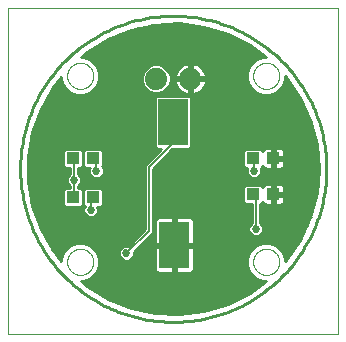
<source format=gbl>
G75*
%MOIN*%
%OFA0B0*%
%FSLAX25Y25*%
%IPPOS*%
%LPD*%
%AMOC8*
5,1,8,0,0,1.08239X$1,22.5*
%
%ADD10C,0.00000*%
%ADD11C,0.01000*%
%ADD12R,0.04331X0.03937*%
%ADD13C,0.07400*%
%ADD14R,0.09843X0.15748*%
%ADD15C,0.00600*%
%ADD16C,0.02700*%
D10*
X0006500Y0001500D02*
X0006500Y0110201D01*
X0116421Y0110201D01*
X0116421Y0001500D01*
X0006500Y0001500D01*
X0026150Y0025500D02*
X0026152Y0025631D01*
X0026158Y0025763D01*
X0026168Y0025894D01*
X0026182Y0026024D01*
X0026200Y0026155D01*
X0026221Y0026284D01*
X0026247Y0026413D01*
X0026276Y0026541D01*
X0026310Y0026668D01*
X0026347Y0026794D01*
X0026388Y0026919D01*
X0026433Y0027043D01*
X0026481Y0027165D01*
X0026533Y0027285D01*
X0026589Y0027404D01*
X0026648Y0027522D01*
X0026711Y0027637D01*
X0026777Y0027750D01*
X0026847Y0027862D01*
X0026920Y0027971D01*
X0026996Y0028078D01*
X0027076Y0028183D01*
X0027158Y0028285D01*
X0027244Y0028385D01*
X0027333Y0028482D01*
X0027424Y0028576D01*
X0027518Y0028667D01*
X0027615Y0028756D01*
X0027715Y0028842D01*
X0027817Y0028924D01*
X0027922Y0029004D01*
X0028029Y0029080D01*
X0028138Y0029153D01*
X0028250Y0029223D01*
X0028363Y0029289D01*
X0028478Y0029352D01*
X0028596Y0029411D01*
X0028715Y0029467D01*
X0028835Y0029519D01*
X0028957Y0029567D01*
X0029081Y0029612D01*
X0029206Y0029653D01*
X0029332Y0029690D01*
X0029459Y0029724D01*
X0029587Y0029753D01*
X0029716Y0029779D01*
X0029845Y0029800D01*
X0029976Y0029818D01*
X0030106Y0029832D01*
X0030237Y0029842D01*
X0030369Y0029848D01*
X0030500Y0029850D01*
X0030631Y0029848D01*
X0030763Y0029842D01*
X0030894Y0029832D01*
X0031024Y0029818D01*
X0031155Y0029800D01*
X0031284Y0029779D01*
X0031413Y0029753D01*
X0031541Y0029724D01*
X0031668Y0029690D01*
X0031794Y0029653D01*
X0031919Y0029612D01*
X0032043Y0029567D01*
X0032165Y0029519D01*
X0032285Y0029467D01*
X0032404Y0029411D01*
X0032522Y0029352D01*
X0032637Y0029289D01*
X0032750Y0029223D01*
X0032862Y0029153D01*
X0032971Y0029080D01*
X0033078Y0029004D01*
X0033183Y0028924D01*
X0033285Y0028842D01*
X0033385Y0028756D01*
X0033482Y0028667D01*
X0033576Y0028576D01*
X0033667Y0028482D01*
X0033756Y0028385D01*
X0033842Y0028285D01*
X0033924Y0028183D01*
X0034004Y0028078D01*
X0034080Y0027971D01*
X0034153Y0027862D01*
X0034223Y0027750D01*
X0034289Y0027637D01*
X0034352Y0027522D01*
X0034411Y0027404D01*
X0034467Y0027285D01*
X0034519Y0027165D01*
X0034567Y0027043D01*
X0034612Y0026919D01*
X0034653Y0026794D01*
X0034690Y0026668D01*
X0034724Y0026541D01*
X0034753Y0026413D01*
X0034779Y0026284D01*
X0034800Y0026155D01*
X0034818Y0026024D01*
X0034832Y0025894D01*
X0034842Y0025763D01*
X0034848Y0025631D01*
X0034850Y0025500D01*
X0034848Y0025369D01*
X0034842Y0025237D01*
X0034832Y0025106D01*
X0034818Y0024976D01*
X0034800Y0024845D01*
X0034779Y0024716D01*
X0034753Y0024587D01*
X0034724Y0024459D01*
X0034690Y0024332D01*
X0034653Y0024206D01*
X0034612Y0024081D01*
X0034567Y0023957D01*
X0034519Y0023835D01*
X0034467Y0023715D01*
X0034411Y0023596D01*
X0034352Y0023478D01*
X0034289Y0023363D01*
X0034223Y0023250D01*
X0034153Y0023138D01*
X0034080Y0023029D01*
X0034004Y0022922D01*
X0033924Y0022817D01*
X0033842Y0022715D01*
X0033756Y0022615D01*
X0033667Y0022518D01*
X0033576Y0022424D01*
X0033482Y0022333D01*
X0033385Y0022244D01*
X0033285Y0022158D01*
X0033183Y0022076D01*
X0033078Y0021996D01*
X0032971Y0021920D01*
X0032862Y0021847D01*
X0032750Y0021777D01*
X0032637Y0021711D01*
X0032522Y0021648D01*
X0032404Y0021589D01*
X0032285Y0021533D01*
X0032165Y0021481D01*
X0032043Y0021433D01*
X0031919Y0021388D01*
X0031794Y0021347D01*
X0031668Y0021310D01*
X0031541Y0021276D01*
X0031413Y0021247D01*
X0031284Y0021221D01*
X0031155Y0021200D01*
X0031024Y0021182D01*
X0030894Y0021168D01*
X0030763Y0021158D01*
X0030631Y0021152D01*
X0030500Y0021150D01*
X0030369Y0021152D01*
X0030237Y0021158D01*
X0030106Y0021168D01*
X0029976Y0021182D01*
X0029845Y0021200D01*
X0029716Y0021221D01*
X0029587Y0021247D01*
X0029459Y0021276D01*
X0029332Y0021310D01*
X0029206Y0021347D01*
X0029081Y0021388D01*
X0028957Y0021433D01*
X0028835Y0021481D01*
X0028715Y0021533D01*
X0028596Y0021589D01*
X0028478Y0021648D01*
X0028363Y0021711D01*
X0028250Y0021777D01*
X0028138Y0021847D01*
X0028029Y0021920D01*
X0027922Y0021996D01*
X0027817Y0022076D01*
X0027715Y0022158D01*
X0027615Y0022244D01*
X0027518Y0022333D01*
X0027424Y0022424D01*
X0027333Y0022518D01*
X0027244Y0022615D01*
X0027158Y0022715D01*
X0027076Y0022817D01*
X0026996Y0022922D01*
X0026920Y0023029D01*
X0026847Y0023138D01*
X0026777Y0023250D01*
X0026711Y0023363D01*
X0026648Y0023478D01*
X0026589Y0023596D01*
X0026533Y0023715D01*
X0026481Y0023835D01*
X0026433Y0023957D01*
X0026388Y0024081D01*
X0026347Y0024206D01*
X0026310Y0024332D01*
X0026276Y0024459D01*
X0026247Y0024587D01*
X0026221Y0024716D01*
X0026200Y0024845D01*
X0026182Y0024976D01*
X0026168Y0025106D01*
X0026158Y0025237D01*
X0026152Y0025369D01*
X0026150Y0025500D01*
X0088150Y0025500D02*
X0088152Y0025631D01*
X0088158Y0025763D01*
X0088168Y0025894D01*
X0088182Y0026024D01*
X0088200Y0026155D01*
X0088221Y0026284D01*
X0088247Y0026413D01*
X0088276Y0026541D01*
X0088310Y0026668D01*
X0088347Y0026794D01*
X0088388Y0026919D01*
X0088433Y0027043D01*
X0088481Y0027165D01*
X0088533Y0027285D01*
X0088589Y0027404D01*
X0088648Y0027522D01*
X0088711Y0027637D01*
X0088777Y0027750D01*
X0088847Y0027862D01*
X0088920Y0027971D01*
X0088996Y0028078D01*
X0089076Y0028183D01*
X0089158Y0028285D01*
X0089244Y0028385D01*
X0089333Y0028482D01*
X0089424Y0028576D01*
X0089518Y0028667D01*
X0089615Y0028756D01*
X0089715Y0028842D01*
X0089817Y0028924D01*
X0089922Y0029004D01*
X0090029Y0029080D01*
X0090138Y0029153D01*
X0090250Y0029223D01*
X0090363Y0029289D01*
X0090478Y0029352D01*
X0090596Y0029411D01*
X0090715Y0029467D01*
X0090835Y0029519D01*
X0090957Y0029567D01*
X0091081Y0029612D01*
X0091206Y0029653D01*
X0091332Y0029690D01*
X0091459Y0029724D01*
X0091587Y0029753D01*
X0091716Y0029779D01*
X0091845Y0029800D01*
X0091976Y0029818D01*
X0092106Y0029832D01*
X0092237Y0029842D01*
X0092369Y0029848D01*
X0092500Y0029850D01*
X0092631Y0029848D01*
X0092763Y0029842D01*
X0092894Y0029832D01*
X0093024Y0029818D01*
X0093155Y0029800D01*
X0093284Y0029779D01*
X0093413Y0029753D01*
X0093541Y0029724D01*
X0093668Y0029690D01*
X0093794Y0029653D01*
X0093919Y0029612D01*
X0094043Y0029567D01*
X0094165Y0029519D01*
X0094285Y0029467D01*
X0094404Y0029411D01*
X0094522Y0029352D01*
X0094637Y0029289D01*
X0094750Y0029223D01*
X0094862Y0029153D01*
X0094971Y0029080D01*
X0095078Y0029004D01*
X0095183Y0028924D01*
X0095285Y0028842D01*
X0095385Y0028756D01*
X0095482Y0028667D01*
X0095576Y0028576D01*
X0095667Y0028482D01*
X0095756Y0028385D01*
X0095842Y0028285D01*
X0095924Y0028183D01*
X0096004Y0028078D01*
X0096080Y0027971D01*
X0096153Y0027862D01*
X0096223Y0027750D01*
X0096289Y0027637D01*
X0096352Y0027522D01*
X0096411Y0027404D01*
X0096467Y0027285D01*
X0096519Y0027165D01*
X0096567Y0027043D01*
X0096612Y0026919D01*
X0096653Y0026794D01*
X0096690Y0026668D01*
X0096724Y0026541D01*
X0096753Y0026413D01*
X0096779Y0026284D01*
X0096800Y0026155D01*
X0096818Y0026024D01*
X0096832Y0025894D01*
X0096842Y0025763D01*
X0096848Y0025631D01*
X0096850Y0025500D01*
X0096848Y0025369D01*
X0096842Y0025237D01*
X0096832Y0025106D01*
X0096818Y0024976D01*
X0096800Y0024845D01*
X0096779Y0024716D01*
X0096753Y0024587D01*
X0096724Y0024459D01*
X0096690Y0024332D01*
X0096653Y0024206D01*
X0096612Y0024081D01*
X0096567Y0023957D01*
X0096519Y0023835D01*
X0096467Y0023715D01*
X0096411Y0023596D01*
X0096352Y0023478D01*
X0096289Y0023363D01*
X0096223Y0023250D01*
X0096153Y0023138D01*
X0096080Y0023029D01*
X0096004Y0022922D01*
X0095924Y0022817D01*
X0095842Y0022715D01*
X0095756Y0022615D01*
X0095667Y0022518D01*
X0095576Y0022424D01*
X0095482Y0022333D01*
X0095385Y0022244D01*
X0095285Y0022158D01*
X0095183Y0022076D01*
X0095078Y0021996D01*
X0094971Y0021920D01*
X0094862Y0021847D01*
X0094750Y0021777D01*
X0094637Y0021711D01*
X0094522Y0021648D01*
X0094404Y0021589D01*
X0094285Y0021533D01*
X0094165Y0021481D01*
X0094043Y0021433D01*
X0093919Y0021388D01*
X0093794Y0021347D01*
X0093668Y0021310D01*
X0093541Y0021276D01*
X0093413Y0021247D01*
X0093284Y0021221D01*
X0093155Y0021200D01*
X0093024Y0021182D01*
X0092894Y0021168D01*
X0092763Y0021158D01*
X0092631Y0021152D01*
X0092500Y0021150D01*
X0092369Y0021152D01*
X0092237Y0021158D01*
X0092106Y0021168D01*
X0091976Y0021182D01*
X0091845Y0021200D01*
X0091716Y0021221D01*
X0091587Y0021247D01*
X0091459Y0021276D01*
X0091332Y0021310D01*
X0091206Y0021347D01*
X0091081Y0021388D01*
X0090957Y0021433D01*
X0090835Y0021481D01*
X0090715Y0021533D01*
X0090596Y0021589D01*
X0090478Y0021648D01*
X0090363Y0021711D01*
X0090250Y0021777D01*
X0090138Y0021847D01*
X0090029Y0021920D01*
X0089922Y0021996D01*
X0089817Y0022076D01*
X0089715Y0022158D01*
X0089615Y0022244D01*
X0089518Y0022333D01*
X0089424Y0022424D01*
X0089333Y0022518D01*
X0089244Y0022615D01*
X0089158Y0022715D01*
X0089076Y0022817D01*
X0088996Y0022922D01*
X0088920Y0023029D01*
X0088847Y0023138D01*
X0088777Y0023250D01*
X0088711Y0023363D01*
X0088648Y0023478D01*
X0088589Y0023596D01*
X0088533Y0023715D01*
X0088481Y0023835D01*
X0088433Y0023957D01*
X0088388Y0024081D01*
X0088347Y0024206D01*
X0088310Y0024332D01*
X0088276Y0024459D01*
X0088247Y0024587D01*
X0088221Y0024716D01*
X0088200Y0024845D01*
X0088182Y0024976D01*
X0088168Y0025106D01*
X0088158Y0025237D01*
X0088152Y0025369D01*
X0088150Y0025500D01*
X0088150Y0087500D02*
X0088152Y0087631D01*
X0088158Y0087763D01*
X0088168Y0087894D01*
X0088182Y0088024D01*
X0088200Y0088155D01*
X0088221Y0088284D01*
X0088247Y0088413D01*
X0088276Y0088541D01*
X0088310Y0088668D01*
X0088347Y0088794D01*
X0088388Y0088919D01*
X0088433Y0089043D01*
X0088481Y0089165D01*
X0088533Y0089285D01*
X0088589Y0089404D01*
X0088648Y0089522D01*
X0088711Y0089637D01*
X0088777Y0089750D01*
X0088847Y0089862D01*
X0088920Y0089971D01*
X0088996Y0090078D01*
X0089076Y0090183D01*
X0089158Y0090285D01*
X0089244Y0090385D01*
X0089333Y0090482D01*
X0089424Y0090576D01*
X0089518Y0090667D01*
X0089615Y0090756D01*
X0089715Y0090842D01*
X0089817Y0090924D01*
X0089922Y0091004D01*
X0090029Y0091080D01*
X0090138Y0091153D01*
X0090250Y0091223D01*
X0090363Y0091289D01*
X0090478Y0091352D01*
X0090596Y0091411D01*
X0090715Y0091467D01*
X0090835Y0091519D01*
X0090957Y0091567D01*
X0091081Y0091612D01*
X0091206Y0091653D01*
X0091332Y0091690D01*
X0091459Y0091724D01*
X0091587Y0091753D01*
X0091716Y0091779D01*
X0091845Y0091800D01*
X0091976Y0091818D01*
X0092106Y0091832D01*
X0092237Y0091842D01*
X0092369Y0091848D01*
X0092500Y0091850D01*
X0092631Y0091848D01*
X0092763Y0091842D01*
X0092894Y0091832D01*
X0093024Y0091818D01*
X0093155Y0091800D01*
X0093284Y0091779D01*
X0093413Y0091753D01*
X0093541Y0091724D01*
X0093668Y0091690D01*
X0093794Y0091653D01*
X0093919Y0091612D01*
X0094043Y0091567D01*
X0094165Y0091519D01*
X0094285Y0091467D01*
X0094404Y0091411D01*
X0094522Y0091352D01*
X0094637Y0091289D01*
X0094750Y0091223D01*
X0094862Y0091153D01*
X0094971Y0091080D01*
X0095078Y0091004D01*
X0095183Y0090924D01*
X0095285Y0090842D01*
X0095385Y0090756D01*
X0095482Y0090667D01*
X0095576Y0090576D01*
X0095667Y0090482D01*
X0095756Y0090385D01*
X0095842Y0090285D01*
X0095924Y0090183D01*
X0096004Y0090078D01*
X0096080Y0089971D01*
X0096153Y0089862D01*
X0096223Y0089750D01*
X0096289Y0089637D01*
X0096352Y0089522D01*
X0096411Y0089404D01*
X0096467Y0089285D01*
X0096519Y0089165D01*
X0096567Y0089043D01*
X0096612Y0088919D01*
X0096653Y0088794D01*
X0096690Y0088668D01*
X0096724Y0088541D01*
X0096753Y0088413D01*
X0096779Y0088284D01*
X0096800Y0088155D01*
X0096818Y0088024D01*
X0096832Y0087894D01*
X0096842Y0087763D01*
X0096848Y0087631D01*
X0096850Y0087500D01*
X0096848Y0087369D01*
X0096842Y0087237D01*
X0096832Y0087106D01*
X0096818Y0086976D01*
X0096800Y0086845D01*
X0096779Y0086716D01*
X0096753Y0086587D01*
X0096724Y0086459D01*
X0096690Y0086332D01*
X0096653Y0086206D01*
X0096612Y0086081D01*
X0096567Y0085957D01*
X0096519Y0085835D01*
X0096467Y0085715D01*
X0096411Y0085596D01*
X0096352Y0085478D01*
X0096289Y0085363D01*
X0096223Y0085250D01*
X0096153Y0085138D01*
X0096080Y0085029D01*
X0096004Y0084922D01*
X0095924Y0084817D01*
X0095842Y0084715D01*
X0095756Y0084615D01*
X0095667Y0084518D01*
X0095576Y0084424D01*
X0095482Y0084333D01*
X0095385Y0084244D01*
X0095285Y0084158D01*
X0095183Y0084076D01*
X0095078Y0083996D01*
X0094971Y0083920D01*
X0094862Y0083847D01*
X0094750Y0083777D01*
X0094637Y0083711D01*
X0094522Y0083648D01*
X0094404Y0083589D01*
X0094285Y0083533D01*
X0094165Y0083481D01*
X0094043Y0083433D01*
X0093919Y0083388D01*
X0093794Y0083347D01*
X0093668Y0083310D01*
X0093541Y0083276D01*
X0093413Y0083247D01*
X0093284Y0083221D01*
X0093155Y0083200D01*
X0093024Y0083182D01*
X0092894Y0083168D01*
X0092763Y0083158D01*
X0092631Y0083152D01*
X0092500Y0083150D01*
X0092369Y0083152D01*
X0092237Y0083158D01*
X0092106Y0083168D01*
X0091976Y0083182D01*
X0091845Y0083200D01*
X0091716Y0083221D01*
X0091587Y0083247D01*
X0091459Y0083276D01*
X0091332Y0083310D01*
X0091206Y0083347D01*
X0091081Y0083388D01*
X0090957Y0083433D01*
X0090835Y0083481D01*
X0090715Y0083533D01*
X0090596Y0083589D01*
X0090478Y0083648D01*
X0090363Y0083711D01*
X0090250Y0083777D01*
X0090138Y0083847D01*
X0090029Y0083920D01*
X0089922Y0083996D01*
X0089817Y0084076D01*
X0089715Y0084158D01*
X0089615Y0084244D01*
X0089518Y0084333D01*
X0089424Y0084424D01*
X0089333Y0084518D01*
X0089244Y0084615D01*
X0089158Y0084715D01*
X0089076Y0084817D01*
X0088996Y0084922D01*
X0088920Y0085029D01*
X0088847Y0085138D01*
X0088777Y0085250D01*
X0088711Y0085363D01*
X0088648Y0085478D01*
X0088589Y0085596D01*
X0088533Y0085715D01*
X0088481Y0085835D01*
X0088433Y0085957D01*
X0088388Y0086081D01*
X0088347Y0086206D01*
X0088310Y0086332D01*
X0088276Y0086459D01*
X0088247Y0086587D01*
X0088221Y0086716D01*
X0088200Y0086845D01*
X0088182Y0086976D01*
X0088168Y0087106D01*
X0088158Y0087237D01*
X0088152Y0087369D01*
X0088150Y0087500D01*
X0026150Y0087500D02*
X0026152Y0087631D01*
X0026158Y0087763D01*
X0026168Y0087894D01*
X0026182Y0088024D01*
X0026200Y0088155D01*
X0026221Y0088284D01*
X0026247Y0088413D01*
X0026276Y0088541D01*
X0026310Y0088668D01*
X0026347Y0088794D01*
X0026388Y0088919D01*
X0026433Y0089043D01*
X0026481Y0089165D01*
X0026533Y0089285D01*
X0026589Y0089404D01*
X0026648Y0089522D01*
X0026711Y0089637D01*
X0026777Y0089750D01*
X0026847Y0089862D01*
X0026920Y0089971D01*
X0026996Y0090078D01*
X0027076Y0090183D01*
X0027158Y0090285D01*
X0027244Y0090385D01*
X0027333Y0090482D01*
X0027424Y0090576D01*
X0027518Y0090667D01*
X0027615Y0090756D01*
X0027715Y0090842D01*
X0027817Y0090924D01*
X0027922Y0091004D01*
X0028029Y0091080D01*
X0028138Y0091153D01*
X0028250Y0091223D01*
X0028363Y0091289D01*
X0028478Y0091352D01*
X0028596Y0091411D01*
X0028715Y0091467D01*
X0028835Y0091519D01*
X0028957Y0091567D01*
X0029081Y0091612D01*
X0029206Y0091653D01*
X0029332Y0091690D01*
X0029459Y0091724D01*
X0029587Y0091753D01*
X0029716Y0091779D01*
X0029845Y0091800D01*
X0029976Y0091818D01*
X0030106Y0091832D01*
X0030237Y0091842D01*
X0030369Y0091848D01*
X0030500Y0091850D01*
X0030631Y0091848D01*
X0030763Y0091842D01*
X0030894Y0091832D01*
X0031024Y0091818D01*
X0031155Y0091800D01*
X0031284Y0091779D01*
X0031413Y0091753D01*
X0031541Y0091724D01*
X0031668Y0091690D01*
X0031794Y0091653D01*
X0031919Y0091612D01*
X0032043Y0091567D01*
X0032165Y0091519D01*
X0032285Y0091467D01*
X0032404Y0091411D01*
X0032522Y0091352D01*
X0032637Y0091289D01*
X0032750Y0091223D01*
X0032862Y0091153D01*
X0032971Y0091080D01*
X0033078Y0091004D01*
X0033183Y0090924D01*
X0033285Y0090842D01*
X0033385Y0090756D01*
X0033482Y0090667D01*
X0033576Y0090576D01*
X0033667Y0090482D01*
X0033756Y0090385D01*
X0033842Y0090285D01*
X0033924Y0090183D01*
X0034004Y0090078D01*
X0034080Y0089971D01*
X0034153Y0089862D01*
X0034223Y0089750D01*
X0034289Y0089637D01*
X0034352Y0089522D01*
X0034411Y0089404D01*
X0034467Y0089285D01*
X0034519Y0089165D01*
X0034567Y0089043D01*
X0034612Y0088919D01*
X0034653Y0088794D01*
X0034690Y0088668D01*
X0034724Y0088541D01*
X0034753Y0088413D01*
X0034779Y0088284D01*
X0034800Y0088155D01*
X0034818Y0088024D01*
X0034832Y0087894D01*
X0034842Y0087763D01*
X0034848Y0087631D01*
X0034850Y0087500D01*
X0034848Y0087369D01*
X0034842Y0087237D01*
X0034832Y0087106D01*
X0034818Y0086976D01*
X0034800Y0086845D01*
X0034779Y0086716D01*
X0034753Y0086587D01*
X0034724Y0086459D01*
X0034690Y0086332D01*
X0034653Y0086206D01*
X0034612Y0086081D01*
X0034567Y0085957D01*
X0034519Y0085835D01*
X0034467Y0085715D01*
X0034411Y0085596D01*
X0034352Y0085478D01*
X0034289Y0085363D01*
X0034223Y0085250D01*
X0034153Y0085138D01*
X0034080Y0085029D01*
X0034004Y0084922D01*
X0033924Y0084817D01*
X0033842Y0084715D01*
X0033756Y0084615D01*
X0033667Y0084518D01*
X0033576Y0084424D01*
X0033482Y0084333D01*
X0033385Y0084244D01*
X0033285Y0084158D01*
X0033183Y0084076D01*
X0033078Y0083996D01*
X0032971Y0083920D01*
X0032862Y0083847D01*
X0032750Y0083777D01*
X0032637Y0083711D01*
X0032522Y0083648D01*
X0032404Y0083589D01*
X0032285Y0083533D01*
X0032165Y0083481D01*
X0032043Y0083433D01*
X0031919Y0083388D01*
X0031794Y0083347D01*
X0031668Y0083310D01*
X0031541Y0083276D01*
X0031413Y0083247D01*
X0031284Y0083221D01*
X0031155Y0083200D01*
X0031024Y0083182D01*
X0030894Y0083168D01*
X0030763Y0083158D01*
X0030631Y0083152D01*
X0030500Y0083150D01*
X0030369Y0083152D01*
X0030237Y0083158D01*
X0030106Y0083168D01*
X0029976Y0083182D01*
X0029845Y0083200D01*
X0029716Y0083221D01*
X0029587Y0083247D01*
X0029459Y0083276D01*
X0029332Y0083310D01*
X0029206Y0083347D01*
X0029081Y0083388D01*
X0028957Y0083433D01*
X0028835Y0083481D01*
X0028715Y0083533D01*
X0028596Y0083589D01*
X0028478Y0083648D01*
X0028363Y0083711D01*
X0028250Y0083777D01*
X0028138Y0083847D01*
X0028029Y0083920D01*
X0027922Y0083996D01*
X0027817Y0084076D01*
X0027715Y0084158D01*
X0027615Y0084244D01*
X0027518Y0084333D01*
X0027424Y0084424D01*
X0027333Y0084518D01*
X0027244Y0084615D01*
X0027158Y0084715D01*
X0027076Y0084817D01*
X0026996Y0084922D01*
X0026920Y0085029D01*
X0026847Y0085138D01*
X0026777Y0085250D01*
X0026711Y0085363D01*
X0026648Y0085478D01*
X0026589Y0085596D01*
X0026533Y0085715D01*
X0026481Y0085835D01*
X0026433Y0085957D01*
X0026388Y0086081D01*
X0026347Y0086206D01*
X0026310Y0086332D01*
X0026276Y0086459D01*
X0026247Y0086587D01*
X0026221Y0086716D01*
X0026200Y0086845D01*
X0026182Y0086976D01*
X0026168Y0087106D01*
X0026158Y0087237D01*
X0026152Y0087369D01*
X0026150Y0087500D01*
D11*
X0024150Y0087167D02*
X0024150Y0086237D01*
X0025117Y0083903D01*
X0026903Y0082117D01*
X0029237Y0081150D01*
X0031763Y0081150D01*
X0034097Y0082117D01*
X0035883Y0083903D01*
X0036850Y0086237D01*
X0036850Y0088763D01*
X0035883Y0091097D01*
X0034097Y0092883D01*
X0031763Y0093850D01*
X0030792Y0093850D01*
X0032660Y0095494D01*
X0039665Y0099807D01*
X0047298Y0102874D01*
X0055340Y0104607D01*
X0063558Y0104956D01*
X0071718Y0103911D01*
X0079584Y0101503D01*
X0086929Y0097799D01*
X0092269Y0093850D01*
X0091237Y0093850D01*
X0088903Y0092883D01*
X0087117Y0091097D01*
X0086150Y0088763D01*
X0086150Y0086237D01*
X0087117Y0083903D01*
X0088903Y0082117D01*
X0091237Y0081150D01*
X0093763Y0081150D01*
X0096097Y0082117D01*
X0097883Y0083903D01*
X0098850Y0086237D01*
X0098850Y0087370D01*
X0099235Y0086969D01*
X0103841Y0080153D01*
X0107230Y0072657D01*
X0109302Y0064697D01*
X0110000Y0056500D01*
X0109302Y0048303D01*
X0107230Y0040343D01*
X0103841Y0032847D01*
X0099235Y0026031D01*
X0098850Y0025630D01*
X0098850Y0026763D01*
X0097883Y0029097D01*
X0096097Y0030883D01*
X0093763Y0031850D01*
X0091237Y0031850D01*
X0088903Y0030883D01*
X0087117Y0029097D01*
X0086150Y0026763D01*
X0086150Y0024237D01*
X0087117Y0021903D01*
X0088903Y0020117D01*
X0091237Y0019150D01*
X0092269Y0019150D01*
X0086929Y0015201D01*
X0079584Y0011497D01*
X0071718Y0009089D01*
X0063558Y0008044D01*
X0055340Y0008393D01*
X0047298Y0010126D01*
X0039665Y0013193D01*
X0032660Y0017506D01*
X0030792Y0019150D01*
X0031763Y0019150D01*
X0034097Y0020117D01*
X0035883Y0021903D01*
X0036850Y0024237D01*
X0036850Y0026763D01*
X0035883Y0029097D01*
X0034097Y0030883D01*
X0031763Y0031850D01*
X0029237Y0031850D01*
X0026903Y0030883D01*
X0025117Y0029097D01*
X0024150Y0026763D01*
X0024150Y0025833D01*
X0021317Y0029341D01*
X0017305Y0036523D01*
X0014565Y0044279D01*
X0013175Y0052387D01*
X0013175Y0060613D01*
X0014565Y0068721D01*
X0017305Y0076477D01*
X0021317Y0083659D01*
X0024150Y0087167D01*
X0024150Y0086381D02*
X0023515Y0086381D01*
X0022709Y0085382D02*
X0024504Y0085382D01*
X0024918Y0084384D02*
X0021903Y0084384D01*
X0021165Y0083385D02*
X0025634Y0083385D01*
X0026633Y0082387D02*
X0020607Y0082387D01*
X0020049Y0081388D02*
X0028661Y0081388D01*
X0032339Y0081388D02*
X0066233Y0081388D01*
X0065982Y0081428D02*
X0065204Y0081681D01*
X0064475Y0082053D01*
X0063812Y0082534D01*
X0063234Y0083112D01*
X0062753Y0083775D01*
X0062381Y0084504D01*
X0062128Y0085282D01*
X0062014Y0086000D01*
X0066700Y0086000D01*
X0066700Y0087000D01*
X0066700Y0091686D01*
X0065982Y0091572D01*
X0065204Y0091319D01*
X0064475Y0090947D01*
X0063812Y0090466D01*
X0063234Y0089888D01*
X0062753Y0089225D01*
X0062381Y0088496D01*
X0062128Y0087718D01*
X0062014Y0087000D01*
X0066700Y0087000D01*
X0067700Y0087000D01*
X0067700Y0091686D01*
X0068418Y0091572D01*
X0069196Y0091319D01*
X0069925Y0090947D01*
X0070588Y0090466D01*
X0071166Y0089888D01*
X0071647Y0089225D01*
X0072019Y0088496D01*
X0072272Y0087718D01*
X0072386Y0087000D01*
X0067700Y0087000D01*
X0067700Y0086000D01*
X0072386Y0086000D01*
X0072272Y0085282D01*
X0072019Y0084504D01*
X0071647Y0083775D01*
X0071166Y0083112D01*
X0070588Y0082534D01*
X0069925Y0082053D01*
X0069196Y0081681D01*
X0068418Y0081428D01*
X0067700Y0081314D01*
X0067700Y0086000D01*
X0066700Y0086000D01*
X0066700Y0081314D01*
X0065982Y0081428D01*
X0066700Y0081388D02*
X0067700Y0081388D01*
X0068167Y0081388D02*
X0090661Y0081388D01*
X0088633Y0082387D02*
X0070386Y0082387D01*
X0071365Y0083385D02*
X0087634Y0083385D01*
X0086918Y0084384D02*
X0071958Y0084384D01*
X0072288Y0085382D02*
X0086504Y0085382D01*
X0086150Y0086381D02*
X0067700Y0086381D01*
X0067700Y0087379D02*
X0066700Y0087379D01*
X0066700Y0086381D02*
X0060600Y0086381D01*
X0060600Y0085545D02*
X0059869Y0083781D01*
X0058519Y0082431D01*
X0056755Y0081700D01*
X0054845Y0081700D01*
X0053081Y0082431D01*
X0051731Y0083781D01*
X0051000Y0085545D01*
X0051000Y0087455D01*
X0051731Y0089219D01*
X0053081Y0090569D01*
X0054845Y0091300D01*
X0056755Y0091300D01*
X0058519Y0090569D01*
X0059869Y0089219D01*
X0060600Y0087455D01*
X0060600Y0085545D01*
X0060533Y0085382D02*
X0062112Y0085382D01*
X0062442Y0084384D02*
X0060119Y0084384D01*
X0059474Y0083385D02*
X0063035Y0083385D01*
X0064014Y0082387D02*
X0058413Y0082387D01*
X0056123Y0080946D02*
X0055479Y0080302D01*
X0055479Y0063643D01*
X0056123Y0062998D01*
X0057269Y0062998D01*
X0051975Y0057705D01*
X0051975Y0036455D01*
X0046345Y0030825D01*
X0045388Y0030825D01*
X0044487Y0030452D01*
X0043798Y0029763D01*
X0043425Y0028862D01*
X0043425Y0027888D01*
X0043798Y0026987D01*
X0044487Y0026298D01*
X0045388Y0025925D01*
X0046362Y0025925D01*
X0047263Y0026298D01*
X0047952Y0026987D01*
X0048325Y0027888D01*
X0048325Y0028845D01*
X0053955Y0034475D01*
X0054775Y0035295D01*
X0054775Y0056545D01*
X0061228Y0062998D01*
X0066877Y0062998D01*
X0067521Y0063643D01*
X0067521Y0080302D01*
X0066877Y0080946D01*
X0056123Y0080946D01*
X0055566Y0080390D02*
X0019491Y0080390D01*
X0018933Y0079391D02*
X0055479Y0079391D01*
X0055479Y0078393D02*
X0018376Y0078393D01*
X0017818Y0077394D02*
X0055479Y0077394D01*
X0055479Y0076396D02*
X0017277Y0076396D01*
X0016924Y0075397D02*
X0055479Y0075397D01*
X0055479Y0074399D02*
X0016571Y0074399D01*
X0016218Y0073400D02*
X0055479Y0073400D01*
X0055479Y0072402D02*
X0015865Y0072402D01*
X0015513Y0071403D02*
X0055479Y0071403D01*
X0055479Y0070405D02*
X0015160Y0070405D01*
X0014807Y0069406D02*
X0055479Y0069406D01*
X0055479Y0068408D02*
X0014511Y0068408D01*
X0014340Y0067409D02*
X0055479Y0067409D01*
X0055479Y0066411D02*
X0014169Y0066411D01*
X0013998Y0065412D02*
X0055479Y0065412D01*
X0055479Y0064414D02*
X0013826Y0064414D01*
X0013655Y0063415D02*
X0055706Y0063415D01*
X0056687Y0062417D02*
X0038112Y0062417D01*
X0038112Y0062424D02*
X0037467Y0063068D01*
X0032225Y0063068D01*
X0031581Y0062424D01*
X0031581Y0057576D01*
X0032225Y0056931D01*
X0033661Y0056931D01*
X0033425Y0056362D01*
X0033425Y0055388D01*
X0033798Y0054487D01*
X0034487Y0053798D01*
X0035388Y0053425D01*
X0036362Y0053425D01*
X0037263Y0053798D01*
X0037952Y0054487D01*
X0038325Y0055388D01*
X0038325Y0056362D01*
X0037952Y0057263D01*
X0037875Y0057339D01*
X0038112Y0057576D01*
X0038112Y0062424D01*
X0038112Y0061418D02*
X0055688Y0061418D01*
X0054690Y0060420D02*
X0038112Y0060420D01*
X0038112Y0059421D02*
X0053691Y0059421D01*
X0052693Y0058423D02*
X0038112Y0058423D01*
X0037960Y0057424D02*
X0051975Y0057424D01*
X0051975Y0056426D02*
X0038299Y0056426D01*
X0038325Y0055427D02*
X0051975Y0055427D01*
X0051975Y0054429D02*
X0037893Y0054429D01*
X0036374Y0053430D02*
X0051975Y0053430D01*
X0051975Y0052432D02*
X0030825Y0052432D01*
X0030825Y0052263D02*
X0030825Y0053237D01*
X0030452Y0054138D01*
X0029775Y0054815D01*
X0029775Y0056931D01*
X0030775Y0056931D01*
X0031419Y0057576D01*
X0031419Y0062424D01*
X0030775Y0063068D01*
X0025533Y0063068D01*
X0024888Y0062424D01*
X0024888Y0057576D01*
X0025533Y0056931D01*
X0026975Y0056931D01*
X0026975Y0054815D01*
X0026298Y0054138D01*
X0025925Y0053237D01*
X0025925Y0052263D01*
X0026298Y0051362D01*
X0026975Y0050685D01*
X0026975Y0050068D01*
X0025533Y0050068D01*
X0024888Y0049424D01*
X0024888Y0044576D01*
X0025533Y0043931D01*
X0030775Y0043931D01*
X0031419Y0044576D01*
X0031419Y0049424D01*
X0030775Y0050068D01*
X0029775Y0050068D01*
X0029775Y0050685D01*
X0030452Y0051362D01*
X0030825Y0052263D01*
X0030481Y0051433D02*
X0051975Y0051433D01*
X0051975Y0050434D02*
X0029775Y0050434D01*
X0031407Y0049436D02*
X0031593Y0049436D01*
X0031581Y0049424D02*
X0031581Y0044576D01*
X0031971Y0044186D01*
X0031923Y0044138D01*
X0031550Y0043237D01*
X0031550Y0042263D01*
X0031923Y0041362D01*
X0032612Y0040673D01*
X0033513Y0040300D01*
X0034487Y0040300D01*
X0035388Y0040673D01*
X0036077Y0041362D01*
X0036450Y0042263D01*
X0036450Y0043237D01*
X0036162Y0043931D01*
X0037467Y0043931D01*
X0038112Y0044576D01*
X0038112Y0049424D01*
X0037467Y0050068D01*
X0032225Y0050068D01*
X0031581Y0049424D01*
X0031581Y0048437D02*
X0031419Y0048437D01*
X0031419Y0047439D02*
X0031581Y0047439D01*
X0031581Y0046440D02*
X0031419Y0046440D01*
X0031419Y0045442D02*
X0031581Y0045442D01*
X0031714Y0044443D02*
X0031286Y0044443D01*
X0031636Y0043445D02*
X0014860Y0043445D01*
X0014537Y0044443D02*
X0025021Y0044443D01*
X0024888Y0045442D02*
X0014366Y0045442D01*
X0014194Y0046440D02*
X0024888Y0046440D01*
X0024888Y0047439D02*
X0014023Y0047439D01*
X0013852Y0048437D02*
X0024888Y0048437D01*
X0024900Y0049436D02*
X0013681Y0049436D01*
X0013509Y0050434D02*
X0026975Y0050434D01*
X0026269Y0051433D02*
X0013338Y0051433D01*
X0013175Y0052432D02*
X0025925Y0052432D01*
X0026005Y0053430D02*
X0013175Y0053430D01*
X0013175Y0054429D02*
X0026589Y0054429D01*
X0026975Y0055427D02*
X0013175Y0055427D01*
X0013175Y0056426D02*
X0026975Y0056426D01*
X0025040Y0057424D02*
X0013175Y0057424D01*
X0013175Y0058423D02*
X0024888Y0058423D01*
X0024888Y0059421D02*
X0013175Y0059421D01*
X0013175Y0060420D02*
X0024888Y0060420D01*
X0024888Y0061418D02*
X0013313Y0061418D01*
X0013484Y0062417D02*
X0024888Y0062417D01*
X0031419Y0062417D02*
X0031581Y0062417D01*
X0031581Y0061418D02*
X0031419Y0061418D01*
X0031419Y0060420D02*
X0031581Y0060420D01*
X0031581Y0059421D02*
X0031419Y0059421D01*
X0031419Y0058423D02*
X0031581Y0058423D01*
X0031733Y0057424D02*
X0031267Y0057424D01*
X0029775Y0056426D02*
X0033451Y0056426D01*
X0033425Y0055427D02*
X0029775Y0055427D01*
X0030161Y0054429D02*
X0033857Y0054429D01*
X0035376Y0053430D02*
X0030745Y0053430D01*
X0038100Y0049436D02*
X0051975Y0049436D01*
X0051975Y0048437D02*
X0038112Y0048437D01*
X0038112Y0047439D02*
X0051975Y0047439D01*
X0051975Y0046440D02*
X0038112Y0046440D01*
X0038112Y0045442D02*
X0051975Y0045442D01*
X0051975Y0044443D02*
X0037979Y0044443D01*
X0036364Y0043445D02*
X0051975Y0043445D01*
X0051975Y0042446D02*
X0036450Y0042446D01*
X0036113Y0041448D02*
X0051975Y0041448D01*
X0051975Y0040449D02*
X0034848Y0040449D01*
X0033152Y0040449D02*
X0015918Y0040449D01*
X0016271Y0039451D02*
X0051975Y0039451D01*
X0051975Y0038452D02*
X0016624Y0038452D01*
X0016976Y0037454D02*
X0051975Y0037454D01*
X0051975Y0036455D02*
X0017343Y0036455D01*
X0017901Y0035457D02*
X0050977Y0035457D01*
X0049978Y0034458D02*
X0018459Y0034458D01*
X0019016Y0033460D02*
X0048980Y0033460D01*
X0047981Y0032461D02*
X0019574Y0032461D01*
X0020132Y0031463D02*
X0028302Y0031463D01*
X0026484Y0030464D02*
X0020690Y0030464D01*
X0021248Y0029466D02*
X0025486Y0029466D01*
X0024856Y0028467D02*
X0022023Y0028467D01*
X0022829Y0027469D02*
X0024442Y0027469D01*
X0024150Y0026470D02*
X0023635Y0026470D01*
X0032698Y0031463D02*
X0046983Y0031463D01*
X0048946Y0029466D02*
X0055472Y0029466D01*
X0055472Y0030464D02*
X0049944Y0030464D01*
X0050943Y0031463D02*
X0061394Y0031463D01*
X0061394Y0031528D02*
X0061394Y0030528D01*
X0055472Y0030528D01*
X0055472Y0022956D01*
X0055575Y0022575D01*
X0055772Y0022233D01*
X0056051Y0021953D01*
X0056393Y0021756D01*
X0056775Y0021654D01*
X0061394Y0021654D01*
X0061394Y0030528D01*
X0062394Y0030528D01*
X0062394Y0031528D01*
X0061394Y0031528D01*
X0061394Y0040402D01*
X0056775Y0040402D01*
X0056393Y0040299D01*
X0056051Y0040102D01*
X0055772Y0039823D01*
X0055575Y0039481D01*
X0055472Y0039099D01*
X0055472Y0031528D01*
X0061394Y0031528D01*
X0061394Y0032461D02*
X0062394Y0032461D01*
X0062394Y0031528D02*
X0062394Y0040402D01*
X0067012Y0040402D01*
X0067394Y0040299D01*
X0067736Y0040102D01*
X0068015Y0039823D01*
X0068213Y0039481D01*
X0068315Y0039099D01*
X0068315Y0031528D01*
X0062394Y0031528D01*
X0062394Y0031463D02*
X0090302Y0031463D01*
X0088484Y0030464D02*
X0068315Y0030464D01*
X0068315Y0030528D02*
X0062394Y0030528D01*
X0062394Y0021654D01*
X0067012Y0021654D01*
X0067394Y0021756D01*
X0067736Y0021953D01*
X0068015Y0022233D01*
X0068213Y0022575D01*
X0068315Y0022956D01*
X0068315Y0030528D01*
X0068315Y0029466D02*
X0087486Y0029466D01*
X0086856Y0028467D02*
X0068315Y0028467D01*
X0068315Y0027469D02*
X0086442Y0027469D01*
X0086150Y0026470D02*
X0068315Y0026470D01*
X0068315Y0025472D02*
X0086150Y0025472D01*
X0086150Y0024473D02*
X0068315Y0024473D01*
X0068315Y0023475D02*
X0086466Y0023475D01*
X0086879Y0022476D02*
X0068156Y0022476D01*
X0062394Y0022476D02*
X0061394Y0022476D01*
X0061394Y0023475D02*
X0062394Y0023475D01*
X0062394Y0024473D02*
X0061394Y0024473D01*
X0061394Y0025472D02*
X0062394Y0025472D01*
X0062394Y0026470D02*
X0061394Y0026470D01*
X0061394Y0027469D02*
X0062394Y0027469D01*
X0062394Y0028467D02*
X0061394Y0028467D01*
X0061394Y0029466D02*
X0062394Y0029466D01*
X0062394Y0030464D02*
X0061394Y0030464D01*
X0061394Y0033460D02*
X0062394Y0033460D01*
X0062394Y0034458D02*
X0061394Y0034458D01*
X0061394Y0035457D02*
X0062394Y0035457D01*
X0062394Y0036455D02*
X0061394Y0036455D01*
X0061394Y0037454D02*
X0062394Y0037454D01*
X0062394Y0038452D02*
X0061394Y0038452D01*
X0061394Y0039451D02*
X0062394Y0039451D01*
X0068221Y0039451D02*
X0087600Y0039451D01*
X0087600Y0038565D02*
X0086923Y0037888D01*
X0086550Y0036987D01*
X0086550Y0036013D01*
X0086923Y0035112D01*
X0087612Y0034423D01*
X0088513Y0034050D01*
X0089487Y0034050D01*
X0090388Y0034423D01*
X0091077Y0035112D01*
X0091450Y0036013D01*
X0091450Y0036987D01*
X0091077Y0037888D01*
X0090400Y0038565D01*
X0090400Y0044931D01*
X0090775Y0044931D01*
X0091288Y0045445D01*
X0091481Y0045110D01*
X0091760Y0044831D01*
X0092102Y0044634D01*
X0092484Y0044531D01*
X0094362Y0044531D01*
X0094362Y0047516D01*
X0095331Y0047516D01*
X0095331Y0048484D01*
X0098512Y0048484D01*
X0098512Y0050166D01*
X0098410Y0050547D01*
X0098212Y0050890D01*
X0097933Y0051169D01*
X0097591Y0051366D01*
X0097209Y0051468D01*
X0095331Y0051468D01*
X0095331Y0048484D01*
X0094362Y0048484D01*
X0094362Y0051468D01*
X0092484Y0051468D01*
X0092102Y0051366D01*
X0091760Y0051169D01*
X0091481Y0050890D01*
X0091288Y0050555D01*
X0090775Y0051068D01*
X0085533Y0051068D01*
X0084888Y0050424D01*
X0084888Y0045576D01*
X0085533Y0044931D01*
X0087600Y0044931D01*
X0087600Y0038565D01*
X0087488Y0038452D02*
X0068315Y0038452D01*
X0068315Y0037454D02*
X0086743Y0037454D01*
X0086550Y0036455D02*
X0068315Y0036455D01*
X0068315Y0035457D02*
X0086780Y0035457D01*
X0087577Y0034458D02*
X0068315Y0034458D01*
X0068315Y0033460D02*
X0104118Y0033460D01*
X0104570Y0034458D02*
X0090423Y0034458D01*
X0091220Y0035457D02*
X0105021Y0035457D01*
X0105472Y0036455D02*
X0091450Y0036455D01*
X0091257Y0037454D02*
X0105924Y0037454D01*
X0106375Y0038452D02*
X0090512Y0038452D01*
X0090400Y0039451D02*
X0106826Y0039451D01*
X0107257Y0040449D02*
X0090400Y0040449D01*
X0090400Y0041448D02*
X0107517Y0041448D01*
X0107777Y0042446D02*
X0090400Y0042446D01*
X0090400Y0043445D02*
X0108037Y0043445D01*
X0108297Y0044443D02*
X0090400Y0044443D01*
X0091285Y0045442D02*
X0091289Y0045442D01*
X0094362Y0045442D02*
X0095331Y0045442D01*
X0095331Y0044531D02*
X0097209Y0044531D01*
X0097591Y0044634D01*
X0097933Y0044831D01*
X0098212Y0045110D01*
X0098410Y0045453D01*
X0098512Y0045834D01*
X0098512Y0047516D01*
X0095331Y0047516D01*
X0095331Y0044531D01*
X0095331Y0046440D02*
X0094362Y0046440D01*
X0094362Y0047439D02*
X0095331Y0047439D01*
X0095331Y0048437D02*
X0109314Y0048437D01*
X0109399Y0049436D02*
X0098512Y0049436D01*
X0098440Y0050434D02*
X0109484Y0050434D01*
X0109569Y0051433D02*
X0097342Y0051433D01*
X0095331Y0051433D02*
X0094362Y0051433D01*
X0094362Y0050434D02*
X0095331Y0050434D01*
X0095331Y0049436D02*
X0094362Y0049436D01*
X0092351Y0051433D02*
X0054775Y0051433D01*
X0054775Y0050434D02*
X0084899Y0050434D01*
X0084888Y0049436D02*
X0054775Y0049436D01*
X0054775Y0048437D02*
X0084888Y0048437D01*
X0084888Y0047439D02*
X0054775Y0047439D01*
X0054775Y0046440D02*
X0084888Y0046440D01*
X0085022Y0045442D02*
X0054775Y0045442D01*
X0054775Y0044443D02*
X0087600Y0044443D01*
X0087600Y0043445D02*
X0054775Y0043445D01*
X0054775Y0042446D02*
X0087600Y0042446D01*
X0087600Y0041448D02*
X0054775Y0041448D01*
X0054775Y0040449D02*
X0087600Y0040449D01*
X0094698Y0031463D02*
X0102906Y0031463D01*
X0103581Y0032461D02*
X0068315Y0032461D01*
X0055472Y0032461D02*
X0051941Y0032461D01*
X0052940Y0033460D02*
X0055472Y0033460D01*
X0055472Y0034458D02*
X0053938Y0034458D01*
X0054775Y0035457D02*
X0055472Y0035457D01*
X0055472Y0036455D02*
X0054775Y0036455D01*
X0054775Y0037454D02*
X0055472Y0037454D01*
X0055472Y0038452D02*
X0054775Y0038452D01*
X0054775Y0039451D02*
X0055567Y0039451D01*
X0055472Y0028467D02*
X0048325Y0028467D01*
X0048151Y0027469D02*
X0055472Y0027469D01*
X0055472Y0026470D02*
X0047435Y0026470D01*
X0044315Y0026470D02*
X0036850Y0026470D01*
X0036850Y0025472D02*
X0055472Y0025472D01*
X0055472Y0024473D02*
X0036850Y0024473D01*
X0036534Y0023475D02*
X0055472Y0023475D01*
X0055631Y0022476D02*
X0036121Y0022476D01*
X0035458Y0021478D02*
X0087542Y0021478D01*
X0088541Y0020479D02*
X0034459Y0020479D01*
X0032561Y0019481D02*
X0090439Y0019481D01*
X0091366Y0018482D02*
X0031551Y0018482D01*
X0032697Y0017484D02*
X0090015Y0017484D01*
X0088665Y0016485D02*
X0034319Y0016485D01*
X0035940Y0015487D02*
X0087315Y0015487D01*
X0085515Y0014488D02*
X0037562Y0014488D01*
X0039184Y0013490D02*
X0083535Y0013490D01*
X0081554Y0012491D02*
X0041412Y0012491D01*
X0043897Y0011493D02*
X0079568Y0011493D01*
X0076307Y0010494D02*
X0046382Y0010494D01*
X0050223Y0009496D02*
X0073047Y0009496D01*
X0067099Y0008497D02*
X0054856Y0008497D01*
X0043599Y0027469D02*
X0036558Y0027469D01*
X0036144Y0028467D02*
X0043425Y0028467D01*
X0043675Y0029466D02*
X0035514Y0029466D01*
X0034516Y0030464D02*
X0044517Y0030464D01*
X0031887Y0041448D02*
X0015565Y0041448D01*
X0015212Y0042446D02*
X0031550Y0042446D01*
X0054775Y0052432D02*
X0109654Y0052432D01*
X0109739Y0053430D02*
X0088874Y0053430D01*
X0088862Y0053425D02*
X0089763Y0053798D01*
X0090452Y0054487D01*
X0090825Y0055388D01*
X0090825Y0056362D01*
X0090589Y0056931D01*
X0090775Y0056931D01*
X0091288Y0057445D01*
X0091481Y0057110D01*
X0091760Y0056831D01*
X0092102Y0056634D01*
X0092484Y0056531D01*
X0094362Y0056531D01*
X0094362Y0059516D01*
X0095331Y0059516D01*
X0095331Y0060484D01*
X0098512Y0060484D01*
X0098512Y0062166D01*
X0098410Y0062547D01*
X0098212Y0062890D01*
X0097933Y0063169D01*
X0097591Y0063366D01*
X0097209Y0063468D01*
X0095331Y0063468D01*
X0095331Y0060484D01*
X0094362Y0060484D01*
X0094362Y0063468D01*
X0092484Y0063468D01*
X0092102Y0063366D01*
X0091760Y0063169D01*
X0091481Y0062890D01*
X0091288Y0062555D01*
X0090775Y0063068D01*
X0085533Y0063068D01*
X0084888Y0062424D01*
X0084888Y0057576D01*
X0085533Y0056931D01*
X0086161Y0056931D01*
X0085925Y0056362D01*
X0085925Y0055388D01*
X0086298Y0054487D01*
X0086987Y0053798D01*
X0087888Y0053425D01*
X0088862Y0053425D01*
X0087876Y0053430D02*
X0054775Y0053430D01*
X0054775Y0054429D02*
X0086357Y0054429D01*
X0085925Y0055427D02*
X0054775Y0055427D01*
X0054775Y0056426D02*
X0085951Y0056426D01*
X0085040Y0057424D02*
X0055654Y0057424D01*
X0056652Y0058423D02*
X0084888Y0058423D01*
X0084888Y0059421D02*
X0057651Y0059421D01*
X0058649Y0060420D02*
X0084888Y0060420D01*
X0084888Y0061418D02*
X0059648Y0061418D01*
X0060647Y0062417D02*
X0084888Y0062417D01*
X0091267Y0057424D02*
X0091300Y0057424D01*
X0090799Y0056426D02*
X0109994Y0056426D01*
X0109921Y0057424D02*
X0098393Y0057424D01*
X0098410Y0057453D02*
X0098212Y0057110D01*
X0097933Y0056831D01*
X0097591Y0056634D01*
X0097209Y0056531D01*
X0095331Y0056531D01*
X0095331Y0059516D01*
X0098512Y0059516D01*
X0098512Y0057834D01*
X0098410Y0057453D01*
X0098512Y0058423D02*
X0109836Y0058423D01*
X0109751Y0059421D02*
X0098512Y0059421D01*
X0098512Y0061418D02*
X0109581Y0061418D01*
X0109666Y0060420D02*
X0095331Y0060420D01*
X0095331Y0061418D02*
X0094362Y0061418D01*
X0094362Y0062417D02*
X0095331Y0062417D01*
X0095331Y0063415D02*
X0094362Y0063415D01*
X0092285Y0063415D02*
X0067294Y0063415D01*
X0067521Y0064414D02*
X0109326Y0064414D01*
X0109411Y0063415D02*
X0097408Y0063415D01*
X0098445Y0062417D02*
X0109496Y0062417D01*
X0109116Y0065412D02*
X0067521Y0065412D01*
X0067521Y0066411D02*
X0108856Y0066411D01*
X0108596Y0067409D02*
X0067521Y0067409D01*
X0067521Y0068408D02*
X0108336Y0068408D01*
X0108076Y0069406D02*
X0067521Y0069406D01*
X0067521Y0070405D02*
X0107816Y0070405D01*
X0107556Y0071403D02*
X0067521Y0071403D01*
X0067521Y0072402D02*
X0107296Y0072402D01*
X0106894Y0073400D02*
X0067521Y0073400D01*
X0067521Y0074399D02*
X0106442Y0074399D01*
X0105991Y0075397D02*
X0067521Y0075397D01*
X0067521Y0076396D02*
X0105540Y0076396D01*
X0105088Y0077394D02*
X0067521Y0077394D01*
X0067521Y0078393D02*
X0104637Y0078393D01*
X0104186Y0079391D02*
X0067521Y0079391D01*
X0067434Y0080390D02*
X0103681Y0080390D01*
X0103006Y0081388D02*
X0094339Y0081388D01*
X0096367Y0082387D02*
X0102331Y0082387D01*
X0101657Y0083385D02*
X0097366Y0083385D01*
X0098082Y0084384D02*
X0100982Y0084384D01*
X0100307Y0085382D02*
X0098496Y0085382D01*
X0098850Y0086381D02*
X0099632Y0086381D01*
X0099235Y0086969D02*
X0099235Y0086969D01*
X0091567Y0094369D02*
X0031382Y0094369D01*
X0032517Y0095368D02*
X0090217Y0095368D01*
X0088867Y0096366D02*
X0034077Y0096366D01*
X0035698Y0097365D02*
X0087517Y0097365D01*
X0085811Y0098363D02*
X0037320Y0098363D01*
X0038942Y0099362D02*
X0083830Y0099362D01*
X0081850Y0100360D02*
X0041042Y0100360D01*
X0043527Y0101359D02*
X0079869Y0101359D01*
X0076793Y0102357D02*
X0046011Y0102357D01*
X0049532Y0103356D02*
X0073533Y0103356D01*
X0068261Y0104354D02*
X0054165Y0104354D01*
X0065371Y0091373D02*
X0035607Y0091373D01*
X0036182Y0090375D02*
X0052887Y0090375D01*
X0051888Y0089376D02*
X0036596Y0089376D01*
X0036850Y0088378D02*
X0051382Y0088378D01*
X0051000Y0087379D02*
X0036850Y0087379D01*
X0036850Y0086381D02*
X0051000Y0086381D01*
X0051067Y0085382D02*
X0036496Y0085382D01*
X0036082Y0084384D02*
X0051481Y0084384D01*
X0052126Y0083385D02*
X0035366Y0083385D01*
X0034367Y0082387D02*
X0053187Y0082387D01*
X0060600Y0087379D02*
X0062074Y0087379D01*
X0062343Y0088378D02*
X0060218Y0088378D01*
X0059712Y0089376D02*
X0062862Y0089376D01*
X0063721Y0090375D02*
X0058713Y0090375D01*
X0066700Y0090375D02*
X0067700Y0090375D01*
X0067700Y0091373D02*
X0066700Y0091373D01*
X0066700Y0089376D02*
X0067700Y0089376D01*
X0067700Y0088378D02*
X0066700Y0088378D01*
X0069029Y0091373D02*
X0087393Y0091373D01*
X0086818Y0090375D02*
X0070679Y0090375D01*
X0071538Y0089376D02*
X0086404Y0089376D01*
X0086150Y0088378D02*
X0072057Y0088378D01*
X0072326Y0087379D02*
X0086150Y0087379D01*
X0088392Y0092372D02*
X0034608Y0092372D01*
X0032921Y0093370D02*
X0090079Y0093370D01*
X0067700Y0085382D02*
X0066700Y0085382D01*
X0066700Y0084384D02*
X0067700Y0084384D01*
X0067700Y0083385D02*
X0066700Y0083385D01*
X0066700Y0082387D02*
X0067700Y0082387D01*
X0094362Y0059421D02*
X0095331Y0059421D01*
X0095331Y0058423D02*
X0094362Y0058423D01*
X0094362Y0057424D02*
X0095331Y0057424D01*
X0090825Y0055427D02*
X0109909Y0055427D01*
X0109824Y0054429D02*
X0090393Y0054429D01*
X0098512Y0047439D02*
X0109077Y0047439D01*
X0108817Y0046440D02*
X0098512Y0046440D01*
X0098403Y0045442D02*
X0108557Y0045442D01*
X0102231Y0030464D02*
X0096516Y0030464D01*
X0097514Y0029466D02*
X0101556Y0029466D01*
X0100881Y0028467D02*
X0098144Y0028467D01*
X0098558Y0027469D02*
X0100206Y0027469D01*
X0099531Y0026470D02*
X0098850Y0026470D01*
X0010500Y0056500D02*
X0010515Y0057752D01*
X0010561Y0059002D01*
X0010638Y0060252D01*
X0010746Y0061499D01*
X0010884Y0062743D01*
X0011052Y0063983D01*
X0011251Y0065219D01*
X0011480Y0066450D01*
X0011739Y0067674D01*
X0012028Y0068892D01*
X0012347Y0070102D01*
X0012696Y0071305D01*
X0013074Y0072498D01*
X0013481Y0073681D01*
X0013917Y0074855D01*
X0014382Y0076017D01*
X0014875Y0077167D01*
X0015397Y0078305D01*
X0015946Y0079430D01*
X0016522Y0080541D01*
X0017126Y0081638D01*
X0017756Y0082719D01*
X0018412Y0083785D01*
X0019095Y0084834D01*
X0019803Y0085866D01*
X0020536Y0086881D01*
X0021294Y0087877D01*
X0022076Y0088854D01*
X0022882Y0089812D01*
X0023711Y0090750D01*
X0024563Y0091667D01*
X0025438Y0092562D01*
X0026333Y0093437D01*
X0027250Y0094289D01*
X0028188Y0095118D01*
X0029146Y0095924D01*
X0030123Y0096706D01*
X0031119Y0097464D01*
X0032134Y0098197D01*
X0033166Y0098905D01*
X0034215Y0099588D01*
X0035281Y0100244D01*
X0036362Y0100874D01*
X0037459Y0101478D01*
X0038570Y0102054D01*
X0039695Y0102603D01*
X0040833Y0103125D01*
X0041983Y0103618D01*
X0043145Y0104083D01*
X0044319Y0104519D01*
X0045502Y0104926D01*
X0046695Y0105304D01*
X0047898Y0105653D01*
X0049108Y0105972D01*
X0050326Y0106261D01*
X0051550Y0106520D01*
X0052781Y0106749D01*
X0054017Y0106948D01*
X0055257Y0107116D01*
X0056501Y0107254D01*
X0057748Y0107362D01*
X0058998Y0107439D01*
X0060248Y0107485D01*
X0061500Y0107500D01*
X0062752Y0107485D01*
X0064002Y0107439D01*
X0065252Y0107362D01*
X0066499Y0107254D01*
X0067743Y0107116D01*
X0068983Y0106948D01*
X0070219Y0106749D01*
X0071450Y0106520D01*
X0072674Y0106261D01*
X0073892Y0105972D01*
X0075102Y0105653D01*
X0076305Y0105304D01*
X0077498Y0104926D01*
X0078681Y0104519D01*
X0079855Y0104083D01*
X0081017Y0103618D01*
X0082167Y0103125D01*
X0083305Y0102603D01*
X0084430Y0102054D01*
X0085541Y0101478D01*
X0086638Y0100874D01*
X0087719Y0100244D01*
X0088785Y0099588D01*
X0089834Y0098905D01*
X0090866Y0098197D01*
X0091881Y0097464D01*
X0092877Y0096706D01*
X0093854Y0095924D01*
X0094812Y0095118D01*
X0095750Y0094289D01*
X0096667Y0093437D01*
X0097562Y0092562D01*
X0098437Y0091667D01*
X0099289Y0090750D01*
X0100118Y0089812D01*
X0100924Y0088854D01*
X0101706Y0087877D01*
X0102464Y0086881D01*
X0103197Y0085866D01*
X0103905Y0084834D01*
X0104588Y0083785D01*
X0105244Y0082719D01*
X0105874Y0081638D01*
X0106478Y0080541D01*
X0107054Y0079430D01*
X0107603Y0078305D01*
X0108125Y0077167D01*
X0108618Y0076017D01*
X0109083Y0074855D01*
X0109519Y0073681D01*
X0109926Y0072498D01*
X0110304Y0071305D01*
X0110653Y0070102D01*
X0110972Y0068892D01*
X0111261Y0067674D01*
X0111520Y0066450D01*
X0111749Y0065219D01*
X0111948Y0063983D01*
X0112116Y0062743D01*
X0112254Y0061499D01*
X0112362Y0060252D01*
X0112439Y0059002D01*
X0112485Y0057752D01*
X0112500Y0056500D01*
X0112485Y0055248D01*
X0112439Y0053998D01*
X0112362Y0052748D01*
X0112254Y0051501D01*
X0112116Y0050257D01*
X0111948Y0049017D01*
X0111749Y0047781D01*
X0111520Y0046550D01*
X0111261Y0045326D01*
X0110972Y0044108D01*
X0110653Y0042898D01*
X0110304Y0041695D01*
X0109926Y0040502D01*
X0109519Y0039319D01*
X0109083Y0038145D01*
X0108618Y0036983D01*
X0108125Y0035833D01*
X0107603Y0034695D01*
X0107054Y0033570D01*
X0106478Y0032459D01*
X0105874Y0031362D01*
X0105244Y0030281D01*
X0104588Y0029215D01*
X0103905Y0028166D01*
X0103197Y0027134D01*
X0102464Y0026119D01*
X0101706Y0025123D01*
X0100924Y0024146D01*
X0100118Y0023188D01*
X0099289Y0022250D01*
X0098437Y0021333D01*
X0097562Y0020438D01*
X0096667Y0019563D01*
X0095750Y0018711D01*
X0094812Y0017882D01*
X0093854Y0017076D01*
X0092877Y0016294D01*
X0091881Y0015536D01*
X0090866Y0014803D01*
X0089834Y0014095D01*
X0088785Y0013412D01*
X0087719Y0012756D01*
X0086638Y0012126D01*
X0085541Y0011522D01*
X0084430Y0010946D01*
X0083305Y0010397D01*
X0082167Y0009875D01*
X0081017Y0009382D01*
X0079855Y0008917D01*
X0078681Y0008481D01*
X0077498Y0008074D01*
X0076305Y0007696D01*
X0075102Y0007347D01*
X0073892Y0007028D01*
X0072674Y0006739D01*
X0071450Y0006480D01*
X0070219Y0006251D01*
X0068983Y0006052D01*
X0067743Y0005884D01*
X0066499Y0005746D01*
X0065252Y0005638D01*
X0064002Y0005561D01*
X0062752Y0005515D01*
X0061500Y0005500D01*
X0060248Y0005515D01*
X0058998Y0005561D01*
X0057748Y0005638D01*
X0056501Y0005746D01*
X0055257Y0005884D01*
X0054017Y0006052D01*
X0052781Y0006251D01*
X0051550Y0006480D01*
X0050326Y0006739D01*
X0049108Y0007028D01*
X0047898Y0007347D01*
X0046695Y0007696D01*
X0045502Y0008074D01*
X0044319Y0008481D01*
X0043145Y0008917D01*
X0041983Y0009382D01*
X0040833Y0009875D01*
X0039695Y0010397D01*
X0038570Y0010946D01*
X0037459Y0011522D01*
X0036362Y0012126D01*
X0035281Y0012756D01*
X0034215Y0013412D01*
X0033166Y0014095D01*
X0032134Y0014803D01*
X0031119Y0015536D01*
X0030123Y0016294D01*
X0029146Y0017076D01*
X0028188Y0017882D01*
X0027250Y0018711D01*
X0026333Y0019563D01*
X0025438Y0020438D01*
X0024563Y0021333D01*
X0023711Y0022250D01*
X0022882Y0023188D01*
X0022076Y0024146D01*
X0021294Y0025123D01*
X0020536Y0026119D01*
X0019803Y0027134D01*
X0019095Y0028166D01*
X0018412Y0029215D01*
X0017756Y0030281D01*
X0017126Y0031362D01*
X0016522Y0032459D01*
X0015946Y0033570D01*
X0015397Y0034695D01*
X0014875Y0035833D01*
X0014382Y0036983D01*
X0013917Y0038145D01*
X0013481Y0039319D01*
X0013074Y0040502D01*
X0012696Y0041695D01*
X0012347Y0042898D01*
X0012028Y0044108D01*
X0011739Y0045326D01*
X0011480Y0046550D01*
X0011251Y0047781D01*
X0011052Y0049017D01*
X0010884Y0050257D01*
X0010746Y0051501D01*
X0010638Y0052748D01*
X0010561Y0053998D01*
X0010515Y0055248D01*
X0010500Y0056500D01*
D12*
X0028154Y0060000D03*
X0034846Y0060000D03*
X0034846Y0047000D03*
X0028154Y0047000D03*
X0088154Y0048000D03*
X0094846Y0048000D03*
X0094846Y0060000D03*
X0088154Y0060000D03*
D13*
X0067200Y0086500D03*
X0055800Y0086500D03*
D14*
X0061500Y0071972D03*
X0061894Y0031028D03*
D15*
X0053375Y0035875D02*
X0053375Y0057125D01*
X0061500Y0065250D01*
X0035875Y0059000D02*
X0035875Y0055875D01*
X0035875Y0059000D02*
X0035250Y0059625D01*
X0034846Y0060000D01*
X0028375Y0059625D02*
X0028154Y0060000D01*
X0028375Y0059625D02*
X0028375Y0052750D01*
X0028375Y0047125D01*
X0028154Y0047000D01*
X0034000Y0045875D02*
X0034000Y0042750D01*
X0034000Y0045875D02*
X0034625Y0046500D01*
X0034846Y0047000D01*
X0053375Y0035875D02*
X0045875Y0028375D01*
X0088154Y0048000D02*
X0088375Y0047750D01*
X0089000Y0047125D01*
X0089000Y0036500D01*
X0088375Y0055875D02*
X0088375Y0059625D01*
X0088154Y0060000D01*
D16*
X0088375Y0055875D03*
X0089000Y0036500D03*
X0079500Y0020500D03*
X0059500Y0017500D03*
X0045875Y0028375D03*
X0034000Y0042750D03*
X0030500Y0038500D03*
X0028375Y0052750D03*
X0035875Y0055875D03*
M02*

</source>
